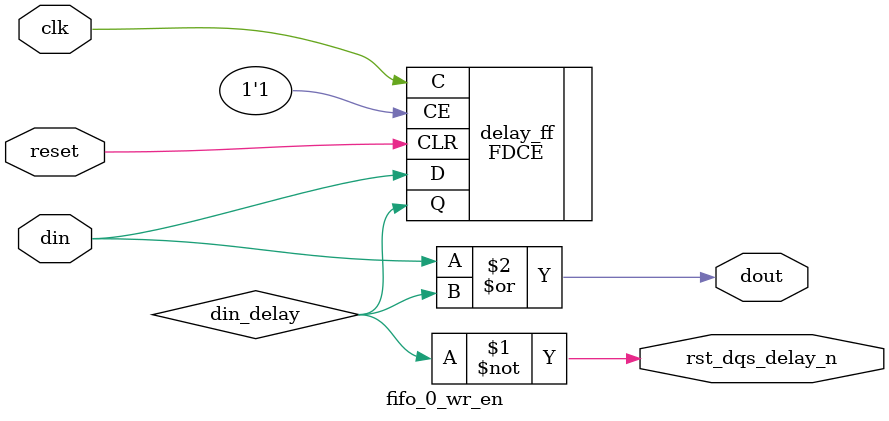
<source format=v>

`timescale 1ns/100ps
module fifo_0_wr_en ( clk,
                      reset,
                      din,
                      rst_dqs_delay_n,
                      dout);

   input clk;
   input reset;
   input din;
   output rst_dqs_delay_n;
   output dout;


   wire din_delay;

   parameter TIE_HIGH = 1'b1;

   assign rst_dqs_delay_n = ~din_delay; 
   assign dout = din | din_delay;

   FDCE delay_ff (.Q(din_delay), .C(clk), .CE(TIE_HIGH), .CLR (reset), .D(din));


endmodule 


</source>
